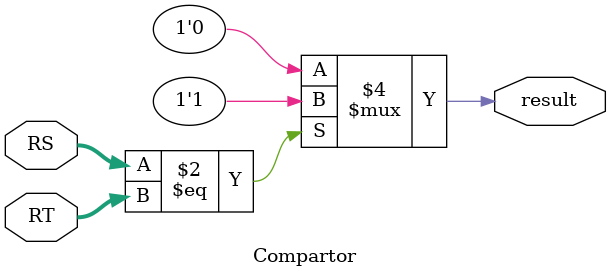
<source format=v>
`timescale 1ns / 1ps


module Compartor(input [31:0]RS,
input [31:0]RT,
output reg result);
    always@(*)begin
        if(RS==RT)
            result=1;
        else
            result=0;
    end      
endmodule

</source>
